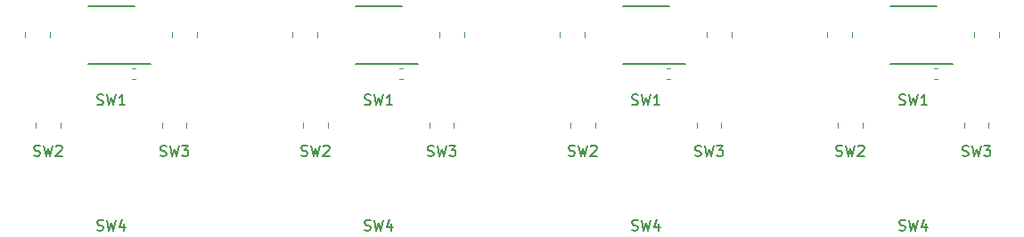
<source format=gbr>
G04 #@! TF.GenerationSoftware,KiCad,Pcbnew,(5.1.2)-1*
G04 #@! TF.CreationDate,2019-07-17T12:10:41+10:00*
G04 #@! TF.ProjectId,output.panel,6f757470-7574-42e7-9061-6e656c2e6b69,0*
G04 #@! TF.SameCoordinates,Original*
G04 #@! TF.FileFunction,Legend,Top*
G04 #@! TF.FilePolarity,Positive*
%FSLAX46Y46*%
G04 Gerber Fmt 4.6, Leading zero omitted, Abs format (unit mm)*
G04 Created by KiCad (PCBNEW (5.1.2)-1) date 2019-07-17 12:10:41*
%MOMM*%
%LPD*%
G04 APERTURE LIST*
%ADD10C,0.120000*%
%ADD11C,0.150000*%
G04 APERTURE END LIST*
D10*
X192970000Y-100825000D02*
X192970000Y-101325000D01*
X195330000Y-100825000D02*
X195330000Y-101325000D01*
X167570000Y-100825000D02*
X167570000Y-101325000D01*
X169930000Y-100825000D02*
X169930000Y-101325000D01*
X142170000Y-100825000D02*
X142170000Y-101325000D01*
X144530000Y-100825000D02*
X144530000Y-101325000D01*
X178970000Y-100825000D02*
X178970000Y-101325000D01*
X181330000Y-100825000D02*
X181330000Y-101325000D01*
X153570000Y-100825000D02*
X153570000Y-101325000D01*
X155930000Y-100825000D02*
X155930000Y-101325000D01*
X128170000Y-100825000D02*
X128170000Y-101325000D01*
X130530000Y-100825000D02*
X130530000Y-101325000D01*
X194330000Y-109925000D02*
X194330000Y-109425000D01*
X191970000Y-109925000D02*
X191970000Y-109425000D01*
X168930000Y-109925000D02*
X168930000Y-109425000D01*
X166570000Y-109925000D02*
X166570000Y-109425000D01*
X143530000Y-109925000D02*
X143530000Y-109425000D01*
X141170000Y-109925000D02*
X141170000Y-109425000D01*
X189462779Y-105260000D02*
X189137221Y-105260000D01*
X189462779Y-104240000D02*
X189137221Y-104240000D01*
X164062779Y-105260000D02*
X163737221Y-105260000D01*
X164062779Y-104240000D02*
X163737221Y-104240000D01*
X138662779Y-105260000D02*
X138337221Y-105260000D01*
X138662779Y-104240000D02*
X138337221Y-104240000D01*
D11*
X189350000Y-98350000D02*
X184950000Y-98350000D01*
X190925000Y-103875000D02*
X184950000Y-103875000D01*
X163950000Y-98350000D02*
X159550000Y-98350000D01*
X165525000Y-103875000D02*
X159550000Y-103875000D01*
X138550000Y-98350000D02*
X134150000Y-98350000D01*
X140125000Y-103875000D02*
X134150000Y-103875000D01*
D10*
X182330000Y-109925000D02*
X182330000Y-109425000D01*
X179970000Y-109925000D02*
X179970000Y-109425000D01*
X156930000Y-109925000D02*
X156930000Y-109425000D01*
X154570000Y-109925000D02*
X154570000Y-109425000D01*
X131530000Y-109925000D02*
X131530000Y-109425000D01*
X129170000Y-109925000D02*
X129170000Y-109425000D01*
D11*
X114725000Y-103875000D02*
X108750000Y-103875000D01*
X113150000Y-98350000D02*
X108750000Y-98350000D01*
D10*
X119130000Y-100825000D02*
X119130000Y-101325000D01*
X116770000Y-100825000D02*
X116770000Y-101325000D01*
X115770000Y-109925000D02*
X115770000Y-109425000D01*
X118130000Y-109925000D02*
X118130000Y-109425000D01*
X105130000Y-100825000D02*
X105130000Y-101325000D01*
X102770000Y-100825000D02*
X102770000Y-101325000D01*
X103770000Y-109925000D02*
X103770000Y-109425000D01*
X106130000Y-109925000D02*
X106130000Y-109425000D01*
X113262779Y-104240000D02*
X112937221Y-104240000D01*
X113262779Y-105260000D02*
X112937221Y-105260000D01*
D11*
X179816666Y-112579761D02*
X179959523Y-112627380D01*
X180197619Y-112627380D01*
X180292857Y-112579761D01*
X180340476Y-112532142D01*
X180388095Y-112436904D01*
X180388095Y-112341666D01*
X180340476Y-112246428D01*
X180292857Y-112198809D01*
X180197619Y-112151190D01*
X180007142Y-112103571D01*
X179911904Y-112055952D01*
X179864285Y-112008333D01*
X179816666Y-111913095D01*
X179816666Y-111817857D01*
X179864285Y-111722619D01*
X179911904Y-111675000D01*
X180007142Y-111627380D01*
X180245238Y-111627380D01*
X180388095Y-111675000D01*
X180721428Y-111627380D02*
X180959523Y-112627380D01*
X181150000Y-111913095D01*
X181340476Y-112627380D01*
X181578571Y-111627380D01*
X181911904Y-111722619D02*
X181959523Y-111675000D01*
X182054761Y-111627380D01*
X182292857Y-111627380D01*
X182388095Y-111675000D01*
X182435714Y-111722619D01*
X182483333Y-111817857D01*
X182483333Y-111913095D01*
X182435714Y-112055952D01*
X181864285Y-112627380D01*
X182483333Y-112627380D01*
X154416666Y-112579761D02*
X154559523Y-112627380D01*
X154797619Y-112627380D01*
X154892857Y-112579761D01*
X154940476Y-112532142D01*
X154988095Y-112436904D01*
X154988095Y-112341666D01*
X154940476Y-112246428D01*
X154892857Y-112198809D01*
X154797619Y-112151190D01*
X154607142Y-112103571D01*
X154511904Y-112055952D01*
X154464285Y-112008333D01*
X154416666Y-111913095D01*
X154416666Y-111817857D01*
X154464285Y-111722619D01*
X154511904Y-111675000D01*
X154607142Y-111627380D01*
X154845238Y-111627380D01*
X154988095Y-111675000D01*
X155321428Y-111627380D02*
X155559523Y-112627380D01*
X155750000Y-111913095D01*
X155940476Y-112627380D01*
X156178571Y-111627380D01*
X156511904Y-111722619D02*
X156559523Y-111675000D01*
X156654761Y-111627380D01*
X156892857Y-111627380D01*
X156988095Y-111675000D01*
X157035714Y-111722619D01*
X157083333Y-111817857D01*
X157083333Y-111913095D01*
X157035714Y-112055952D01*
X156464285Y-112627380D01*
X157083333Y-112627380D01*
X129016666Y-112579761D02*
X129159523Y-112627380D01*
X129397619Y-112627380D01*
X129492857Y-112579761D01*
X129540476Y-112532142D01*
X129588095Y-112436904D01*
X129588095Y-112341666D01*
X129540476Y-112246428D01*
X129492857Y-112198809D01*
X129397619Y-112151190D01*
X129207142Y-112103571D01*
X129111904Y-112055952D01*
X129064285Y-112008333D01*
X129016666Y-111913095D01*
X129016666Y-111817857D01*
X129064285Y-111722619D01*
X129111904Y-111675000D01*
X129207142Y-111627380D01*
X129445238Y-111627380D01*
X129588095Y-111675000D01*
X129921428Y-111627380D02*
X130159523Y-112627380D01*
X130350000Y-111913095D01*
X130540476Y-112627380D01*
X130778571Y-111627380D01*
X131111904Y-111722619D02*
X131159523Y-111675000D01*
X131254761Y-111627380D01*
X131492857Y-111627380D01*
X131588095Y-111675000D01*
X131635714Y-111722619D01*
X131683333Y-111817857D01*
X131683333Y-111913095D01*
X131635714Y-112055952D01*
X131064285Y-112627380D01*
X131683333Y-112627380D01*
X185816666Y-119692161D02*
X185959523Y-119739780D01*
X186197619Y-119739780D01*
X186292857Y-119692161D01*
X186340476Y-119644542D01*
X186388095Y-119549304D01*
X186388095Y-119454066D01*
X186340476Y-119358828D01*
X186292857Y-119311209D01*
X186197619Y-119263590D01*
X186007142Y-119215971D01*
X185911904Y-119168352D01*
X185864285Y-119120733D01*
X185816666Y-119025495D01*
X185816666Y-118930257D01*
X185864285Y-118835019D01*
X185911904Y-118787400D01*
X186007142Y-118739780D01*
X186245238Y-118739780D01*
X186388095Y-118787400D01*
X186721428Y-118739780D02*
X186959523Y-119739780D01*
X187150000Y-119025495D01*
X187340476Y-119739780D01*
X187578571Y-118739780D01*
X188388095Y-119073114D02*
X188388095Y-119739780D01*
X188150000Y-118692161D02*
X187911904Y-119406447D01*
X188530952Y-119406447D01*
X160416666Y-119692161D02*
X160559523Y-119739780D01*
X160797619Y-119739780D01*
X160892857Y-119692161D01*
X160940476Y-119644542D01*
X160988095Y-119549304D01*
X160988095Y-119454066D01*
X160940476Y-119358828D01*
X160892857Y-119311209D01*
X160797619Y-119263590D01*
X160607142Y-119215971D01*
X160511904Y-119168352D01*
X160464285Y-119120733D01*
X160416666Y-119025495D01*
X160416666Y-118930257D01*
X160464285Y-118835019D01*
X160511904Y-118787400D01*
X160607142Y-118739780D01*
X160845238Y-118739780D01*
X160988095Y-118787400D01*
X161321428Y-118739780D02*
X161559523Y-119739780D01*
X161750000Y-119025495D01*
X161940476Y-119739780D01*
X162178571Y-118739780D01*
X162988095Y-119073114D02*
X162988095Y-119739780D01*
X162750000Y-118692161D02*
X162511904Y-119406447D01*
X163130952Y-119406447D01*
X135016666Y-119692161D02*
X135159523Y-119739780D01*
X135397619Y-119739780D01*
X135492857Y-119692161D01*
X135540476Y-119644542D01*
X135588095Y-119549304D01*
X135588095Y-119454066D01*
X135540476Y-119358828D01*
X135492857Y-119311209D01*
X135397619Y-119263590D01*
X135207142Y-119215971D01*
X135111904Y-119168352D01*
X135064285Y-119120733D01*
X135016666Y-119025495D01*
X135016666Y-118930257D01*
X135064285Y-118835019D01*
X135111904Y-118787400D01*
X135207142Y-118739780D01*
X135445238Y-118739780D01*
X135588095Y-118787400D01*
X135921428Y-118739780D02*
X136159523Y-119739780D01*
X136350000Y-119025495D01*
X136540476Y-119739780D01*
X136778571Y-118739780D01*
X137588095Y-119073114D02*
X137588095Y-119739780D01*
X137350000Y-118692161D02*
X137111904Y-119406447D01*
X137730952Y-119406447D01*
X191816666Y-112604761D02*
X191959523Y-112652380D01*
X192197619Y-112652380D01*
X192292857Y-112604761D01*
X192340476Y-112557142D01*
X192388095Y-112461904D01*
X192388095Y-112366666D01*
X192340476Y-112271428D01*
X192292857Y-112223809D01*
X192197619Y-112176190D01*
X192007142Y-112128571D01*
X191911904Y-112080952D01*
X191864285Y-112033333D01*
X191816666Y-111938095D01*
X191816666Y-111842857D01*
X191864285Y-111747619D01*
X191911904Y-111700000D01*
X192007142Y-111652380D01*
X192245238Y-111652380D01*
X192388095Y-111700000D01*
X192721428Y-111652380D02*
X192959523Y-112652380D01*
X193150000Y-111938095D01*
X193340476Y-112652380D01*
X193578571Y-111652380D01*
X193864285Y-111652380D02*
X194483333Y-111652380D01*
X194150000Y-112033333D01*
X194292857Y-112033333D01*
X194388095Y-112080952D01*
X194435714Y-112128571D01*
X194483333Y-112223809D01*
X194483333Y-112461904D01*
X194435714Y-112557142D01*
X194388095Y-112604761D01*
X194292857Y-112652380D01*
X194007142Y-112652380D01*
X193911904Y-112604761D01*
X193864285Y-112557142D01*
X166416666Y-112604761D02*
X166559523Y-112652380D01*
X166797619Y-112652380D01*
X166892857Y-112604761D01*
X166940476Y-112557142D01*
X166988095Y-112461904D01*
X166988095Y-112366666D01*
X166940476Y-112271428D01*
X166892857Y-112223809D01*
X166797619Y-112176190D01*
X166607142Y-112128571D01*
X166511904Y-112080952D01*
X166464285Y-112033333D01*
X166416666Y-111938095D01*
X166416666Y-111842857D01*
X166464285Y-111747619D01*
X166511904Y-111700000D01*
X166607142Y-111652380D01*
X166845238Y-111652380D01*
X166988095Y-111700000D01*
X167321428Y-111652380D02*
X167559523Y-112652380D01*
X167750000Y-111938095D01*
X167940476Y-112652380D01*
X168178571Y-111652380D01*
X168464285Y-111652380D02*
X169083333Y-111652380D01*
X168750000Y-112033333D01*
X168892857Y-112033333D01*
X168988095Y-112080952D01*
X169035714Y-112128571D01*
X169083333Y-112223809D01*
X169083333Y-112461904D01*
X169035714Y-112557142D01*
X168988095Y-112604761D01*
X168892857Y-112652380D01*
X168607142Y-112652380D01*
X168511904Y-112604761D01*
X168464285Y-112557142D01*
X141016666Y-112604761D02*
X141159523Y-112652380D01*
X141397619Y-112652380D01*
X141492857Y-112604761D01*
X141540476Y-112557142D01*
X141588095Y-112461904D01*
X141588095Y-112366666D01*
X141540476Y-112271428D01*
X141492857Y-112223809D01*
X141397619Y-112176190D01*
X141207142Y-112128571D01*
X141111904Y-112080952D01*
X141064285Y-112033333D01*
X141016666Y-111938095D01*
X141016666Y-111842857D01*
X141064285Y-111747619D01*
X141111904Y-111700000D01*
X141207142Y-111652380D01*
X141445238Y-111652380D01*
X141588095Y-111700000D01*
X141921428Y-111652380D02*
X142159523Y-112652380D01*
X142350000Y-111938095D01*
X142540476Y-112652380D01*
X142778571Y-111652380D01*
X143064285Y-111652380D02*
X143683333Y-111652380D01*
X143350000Y-112033333D01*
X143492857Y-112033333D01*
X143588095Y-112080952D01*
X143635714Y-112128571D01*
X143683333Y-112223809D01*
X143683333Y-112461904D01*
X143635714Y-112557142D01*
X143588095Y-112604761D01*
X143492857Y-112652380D01*
X143207142Y-112652380D01*
X143111904Y-112604761D01*
X143064285Y-112557142D01*
X185816666Y-107704761D02*
X185959523Y-107752380D01*
X186197619Y-107752380D01*
X186292857Y-107704761D01*
X186340476Y-107657142D01*
X186388095Y-107561904D01*
X186388095Y-107466666D01*
X186340476Y-107371428D01*
X186292857Y-107323809D01*
X186197619Y-107276190D01*
X186007142Y-107228571D01*
X185911904Y-107180952D01*
X185864285Y-107133333D01*
X185816666Y-107038095D01*
X185816666Y-106942857D01*
X185864285Y-106847619D01*
X185911904Y-106800000D01*
X186007142Y-106752380D01*
X186245238Y-106752380D01*
X186388095Y-106800000D01*
X186721428Y-106752380D02*
X186959523Y-107752380D01*
X187150000Y-107038095D01*
X187340476Y-107752380D01*
X187578571Y-106752380D01*
X188483333Y-107752380D02*
X187911904Y-107752380D01*
X188197619Y-107752380D02*
X188197619Y-106752380D01*
X188102380Y-106895238D01*
X188007142Y-106990476D01*
X187911904Y-107038095D01*
X160416666Y-107704761D02*
X160559523Y-107752380D01*
X160797619Y-107752380D01*
X160892857Y-107704761D01*
X160940476Y-107657142D01*
X160988095Y-107561904D01*
X160988095Y-107466666D01*
X160940476Y-107371428D01*
X160892857Y-107323809D01*
X160797619Y-107276190D01*
X160607142Y-107228571D01*
X160511904Y-107180952D01*
X160464285Y-107133333D01*
X160416666Y-107038095D01*
X160416666Y-106942857D01*
X160464285Y-106847619D01*
X160511904Y-106800000D01*
X160607142Y-106752380D01*
X160845238Y-106752380D01*
X160988095Y-106800000D01*
X161321428Y-106752380D02*
X161559523Y-107752380D01*
X161750000Y-107038095D01*
X161940476Y-107752380D01*
X162178571Y-106752380D01*
X163083333Y-107752380D02*
X162511904Y-107752380D01*
X162797619Y-107752380D02*
X162797619Y-106752380D01*
X162702380Y-106895238D01*
X162607142Y-106990476D01*
X162511904Y-107038095D01*
X135016666Y-107704761D02*
X135159523Y-107752380D01*
X135397619Y-107752380D01*
X135492857Y-107704761D01*
X135540476Y-107657142D01*
X135588095Y-107561904D01*
X135588095Y-107466666D01*
X135540476Y-107371428D01*
X135492857Y-107323809D01*
X135397619Y-107276190D01*
X135207142Y-107228571D01*
X135111904Y-107180952D01*
X135064285Y-107133333D01*
X135016666Y-107038095D01*
X135016666Y-106942857D01*
X135064285Y-106847619D01*
X135111904Y-106800000D01*
X135207142Y-106752380D01*
X135445238Y-106752380D01*
X135588095Y-106800000D01*
X135921428Y-106752380D02*
X136159523Y-107752380D01*
X136350000Y-107038095D01*
X136540476Y-107752380D01*
X136778571Y-106752380D01*
X137683333Y-107752380D02*
X137111904Y-107752380D01*
X137397619Y-107752380D02*
X137397619Y-106752380D01*
X137302380Y-106895238D01*
X137207142Y-106990476D01*
X137111904Y-107038095D01*
X109616666Y-119692161D02*
X109759523Y-119739780D01*
X109997619Y-119739780D01*
X110092857Y-119692161D01*
X110140476Y-119644542D01*
X110188095Y-119549304D01*
X110188095Y-119454066D01*
X110140476Y-119358828D01*
X110092857Y-119311209D01*
X109997619Y-119263590D01*
X109807142Y-119215971D01*
X109711904Y-119168352D01*
X109664285Y-119120733D01*
X109616666Y-119025495D01*
X109616666Y-118930257D01*
X109664285Y-118835019D01*
X109711904Y-118787400D01*
X109807142Y-118739780D01*
X110045238Y-118739780D01*
X110188095Y-118787400D01*
X110521428Y-118739780D02*
X110759523Y-119739780D01*
X110950000Y-119025495D01*
X111140476Y-119739780D01*
X111378571Y-118739780D01*
X112188095Y-119073114D02*
X112188095Y-119739780D01*
X111950000Y-118692161D02*
X111711904Y-119406447D01*
X112330952Y-119406447D01*
X115616666Y-112604761D02*
X115759523Y-112652380D01*
X115997619Y-112652380D01*
X116092857Y-112604761D01*
X116140476Y-112557142D01*
X116188095Y-112461904D01*
X116188095Y-112366666D01*
X116140476Y-112271428D01*
X116092857Y-112223809D01*
X115997619Y-112176190D01*
X115807142Y-112128571D01*
X115711904Y-112080952D01*
X115664285Y-112033333D01*
X115616666Y-111938095D01*
X115616666Y-111842857D01*
X115664285Y-111747619D01*
X115711904Y-111700000D01*
X115807142Y-111652380D01*
X116045238Y-111652380D01*
X116188095Y-111700000D01*
X116521428Y-111652380D02*
X116759523Y-112652380D01*
X116950000Y-111938095D01*
X117140476Y-112652380D01*
X117378571Y-111652380D01*
X117664285Y-111652380D02*
X118283333Y-111652380D01*
X117950000Y-112033333D01*
X118092857Y-112033333D01*
X118188095Y-112080952D01*
X118235714Y-112128571D01*
X118283333Y-112223809D01*
X118283333Y-112461904D01*
X118235714Y-112557142D01*
X118188095Y-112604761D01*
X118092857Y-112652380D01*
X117807142Y-112652380D01*
X117711904Y-112604761D01*
X117664285Y-112557142D01*
X103616666Y-112579761D02*
X103759523Y-112627380D01*
X103997619Y-112627380D01*
X104092857Y-112579761D01*
X104140476Y-112532142D01*
X104188095Y-112436904D01*
X104188095Y-112341666D01*
X104140476Y-112246428D01*
X104092857Y-112198809D01*
X103997619Y-112151190D01*
X103807142Y-112103571D01*
X103711904Y-112055952D01*
X103664285Y-112008333D01*
X103616666Y-111913095D01*
X103616666Y-111817857D01*
X103664285Y-111722619D01*
X103711904Y-111675000D01*
X103807142Y-111627380D01*
X104045238Y-111627380D01*
X104188095Y-111675000D01*
X104521428Y-111627380D02*
X104759523Y-112627380D01*
X104950000Y-111913095D01*
X105140476Y-112627380D01*
X105378571Y-111627380D01*
X105711904Y-111722619D02*
X105759523Y-111675000D01*
X105854761Y-111627380D01*
X106092857Y-111627380D01*
X106188095Y-111675000D01*
X106235714Y-111722619D01*
X106283333Y-111817857D01*
X106283333Y-111913095D01*
X106235714Y-112055952D01*
X105664285Y-112627380D01*
X106283333Y-112627380D01*
X109616666Y-107704761D02*
X109759523Y-107752380D01*
X109997619Y-107752380D01*
X110092857Y-107704761D01*
X110140476Y-107657142D01*
X110188095Y-107561904D01*
X110188095Y-107466666D01*
X110140476Y-107371428D01*
X110092857Y-107323809D01*
X109997619Y-107276190D01*
X109807142Y-107228571D01*
X109711904Y-107180952D01*
X109664285Y-107133333D01*
X109616666Y-107038095D01*
X109616666Y-106942857D01*
X109664285Y-106847619D01*
X109711904Y-106800000D01*
X109807142Y-106752380D01*
X110045238Y-106752380D01*
X110188095Y-106800000D01*
X110521428Y-106752380D02*
X110759523Y-107752380D01*
X110950000Y-107038095D01*
X111140476Y-107752380D01*
X111378571Y-106752380D01*
X112283333Y-107752380D02*
X111711904Y-107752380D01*
X111997619Y-107752380D02*
X111997619Y-106752380D01*
X111902380Y-106895238D01*
X111807142Y-106990476D01*
X111711904Y-107038095D01*
M02*

</source>
